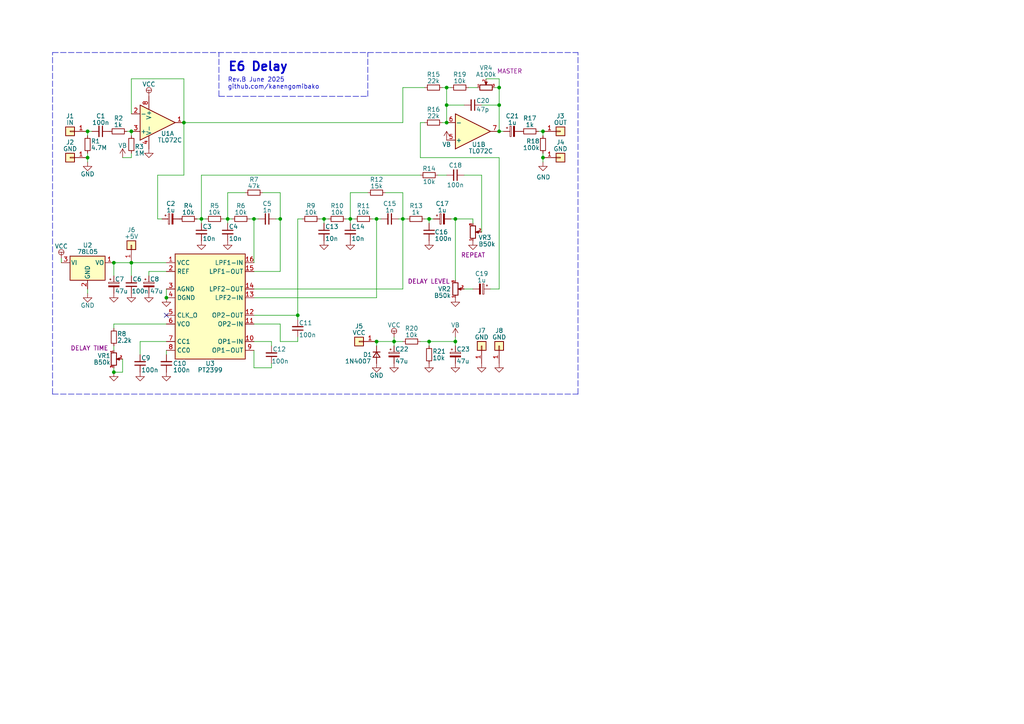
<source format=kicad_sch>
(kicad_sch (version 20250114) (generator "eeschema") (generator_version "9.0")
  (paper "A4")
  (lib_symbols
    (symbol "Amplifier_Operational:TL072" (pin_names (offset 0.127))
      (property "Reference" "U" (at 0 5.08 0))
      (property "Value" "TL072" (at 0 -5.08 0))
      (symbol "TL072_1_1"
        (polyline (pts (xy -5.08 5.08) (xy 5.08 0) (xy -5.08 -5.08) (xy -5.08 5.08)) (stroke (width 0.254)) (fill (type background)))
        (pin input line (at -7.62 2.54 0) (length 2.54) (name "+") (number "3"))
        (pin input line (at -7.62 -2.54 0) (length 2.54) (name "-") (number "2"))
        (pin output line (at 7.62 0 180) (length 2.54) (name "~") (number "1"))
      )
      (symbol "TL072_2_1"
        (polyline (pts (xy -5.08 5.08) (xy 5.08 0) (xy -5.08 -5.08) (xy -5.08 5.08)) (stroke (width 0.254)) (fill (type background)))
        (pin input line (at -7.62 2.54 0) (length 2.54) (name "+") (number "5"))
        (pin input line (at -7.62 -2.54 0) (length 2.54) (name "-") (number "6"))
        (pin output line (at 7.62 0 180) (length 2.54) (name "~") (number "7"))
      )
      (symbol "TL072_3_1"
        (pin power_in line (at -2.54 7.62 270) (length 3.81) (name "V+") (number "8"))
        (pin power_in line (at -2.54 -7.62 90) (length 3.81) (name "V-") (number "4"))
      )
    )
    (symbol "Audio:PT2399"
      (property "Reference" "U" (at 0 17.78 0))
      (property "Value" "PT2399" (at 0 -17.78 0))
      (symbol "PT2399_0_1"
        (rectangle (start -10.16 15.24) (end 10.16 -15.24) (stroke (width 0.254)) (fill (type background)))
      )
      (symbol "PT2399_1_1"
        (pin power_in line (at -12.7 12.7 0) (length 2.54) (name "VCC") (number "1"))
        (pin passive line (at -12.7 10.16 0) (length 2.54) (name "REF") (number "2"))
        (pin power_in line (at -12.7 5.08 0) (length 2.54) (name "AGND") (number "3"))
        (pin power_in line (at -12.7 2.54 0) (length 2.54) (name "DGND") (number "4"))
        (pin passive line (at -12.7 -2.54 0) (length 2.54) (name "CLK_O") (number "5"))
        (pin passive line (at -12.7 -5.08 0) (length 2.54) (name "VCO") (number "6"))
        (pin passive line (at -12.7 -10.16 0) (length 2.54) (name "CC1") (number "7"))
        (pin passive line (at -12.7 -12.7 0) (length 2.54) (name "CC0") (number "8"))
        (pin input line (at 12.7 12.7 180) (length 2.54) (name "LPF1-IN") (number "16"))
        (pin output line (at 12.7 10.16 180) (length 2.54) (name "LPF1-OUT") (number "15"))
        (pin output line (at 12.7 5.08 180) (length 2.54) (name "LPF2-OUT") (number "14"))
        (pin input line (at 12.7 2.54 180) (length 2.54) (name "LPF2-IN") (number "13"))
        (pin output line (at 12.7 -2.54 180) (length 2.54) (name "OP2-OUT") (number "12"))
        (pin input line (at 12.7 -5.08 180) (length 2.54) (name "OP2-IN") (number "11"))
        (pin input line (at 12.7 -10.16 180) (length 2.54) (name "OP1-IN") (number "10"))
        (pin output line (at 12.7 -12.7 180) (length 2.54) (name "OP1-OUT") (number "9"))
      )
    )
    (symbol "Connector_Generic:Conn_01x01" (pin_names (offset 1.016) (hide yes))
      (property "Reference" "J" (at 0 2.54 0))
      (property "Value" "Conn_01x01" (at 0 -2.54 0))
      (symbol "Conn_01x01_1_1"
        (rectangle (start -1.27 1.27) (end 1.27 -1.27) (stroke (width 0.254)) (fill (type background)))
        (rectangle (start -1.27 0.127) (end 0 -0.127) (stroke (width 0.1524)))
        (pin passive line (at -5.08 0 0) (length 3.81) (name "Pin_1") (number "1"))
      )
    )
    (symbol "Device:C_Small" (pin_numbers (hide yes)) (pin_names (offset 0.254) (hide yes))
      (property "Reference" "C" (at 0.254 1.778 0))
      (property "Value" "C_Small" (at 0.254 -2.032 0))
      (symbol "C_Small_0_1"
        (polyline (pts (xy -1.524 0.508) (xy 1.524 0.508)) (stroke (width 0.3048)))
        (polyline (pts (xy -1.524 -0.508) (xy 1.524 -0.508)) (stroke (width 0.3302)))
      )
      (symbol "C_Small_1_1"
        (pin passive line (at 0 2.54 270) (length 2.032) (name "~") (number "1"))
        (pin passive line (at 0 -2.54 90) (length 2.032) (name "~") (number "2"))
      )
    )
    (symbol "Device:D_Small" (pin_numbers (hide yes)) (pin_names (offset 0.254) (hide yes))
      (property "Reference" "D" (at -1.27 2.032 0))
      (property "Value" "D_Small" (at -3.81 -2.032 0))
      (symbol "D_Small_0_1"
        (polyline (pts (xy -0.762 0) (xy 0.762 0)))
        (polyline (pts (xy -0.762 -1.016) (xy -0.762 1.016)) (stroke (width 0.254)))
        (polyline (pts (xy 0.762 -1.016) (xy -0.762 0) (xy 0.762 1.016) (xy 0.762 -1.016)) (stroke (width 0.254)))
      )
      (symbol "D_Small_1_1"
        (pin passive line (at -2.54 0 0) (length 1.778) (name "K") (number "1"))
        (pin passive line (at 2.54 0 180) (length 1.778) (name "A") (number "2"))
      )
    )
    (symbol "Device:R_Potentiometer_Small" (pin_names (offset 1.016) (hide yes))
      (property "Reference" "RV" (at -4.445 0 90))
      (property "Value" "R_Potentiometer_Small" (at -2.54 0 90))
      (symbol "R_Potentiometer_Small_0_1"
        (rectangle (start 0.762 1.8034) (end -0.762 -1.8034) (stroke (width 0.254)))
        (polyline (pts (xy 0.889 0) (xy 0.635 0) (xy 1.651 0.381) (xy 1.651 -0.381) (xy 0.635 0) (xy 0.889 0)) (fill (type outline)))
      )
      (symbol "R_Potentiometer_Small_1_1"
        (pin passive line (at 0 2.54 270) (length 0.635) (name "1") (number "1"))
        (pin passive line (at 0 -2.54 90) (length 0.635) (name "3") (number "3"))
        (pin passive line (at 2.54 0 180) (length 0.9906) (name "2") (number "2"))
      )
    )
    (symbol "Device:R_Small" (pin_numbers (hide yes)) (pin_names (offset 0.254) (hide yes))
      (property "Reference" "R" (at 0.762 0.508 0))
      (property "Value" "R_Small" (at 0.762 -1.016 0))
      (symbol "R_Small_0_1"
        (rectangle (start -0.762 1.778) (end 0.762 -1.778) (stroke (width 0.2032)))
      )
      (symbol "R_Small_1_1"
        (pin passive line (at 0 2.54 270) (length 0.762) (name "~") (number "1"))
        (pin passive line (at 0 -2.54 90) (length 0.762) (name "~") (number "2"))
      )
    )
    (symbol "E6Delay-rescue:CP_Small-Device" (pin_numbers (hide yes)) (pin_names (offset 0.254) (hide yes))
      (property "Reference" "C" (at 0.254 1.778 0))
      (property "Value" "Device_CP_Small" (at 0.254 -2.032 0))
      (symbol "CP_Small-Device_0_1"
        (rectangle (start -1.524 0.6858) (end 1.524 0.3048))
        (rectangle (start -1.524 -0.3048) (end 1.524 -0.6858) (fill (type outline)))
        (polyline (pts (xy -1.27 1.524) (xy -0.762 1.524)))
        (polyline (pts (xy -1.016 1.27) (xy -1.016 1.778)))
      )
      (symbol "CP_Small-Device_1_1"
        (pin passive line (at 0 2.54 270) (length 1.8542) (name "~") (number "1"))
        (pin passive line (at 0 -2.54 90) (length 1.8542) (name "~") (number "2"))
      )
    )
    (symbol "E6Delay-rescue:GND-power" (power) (pin_names (offset 0))
      (property "Value" "power_GND" (at 0 -3.81 0))
      (symbol "GND-power_0_1"
        (polyline (pts (xy 0 0) (xy 0 -1.27) (xy 1.27 -1.27) (xy 0 -2.54) (xy -1.27 -1.27) (xy 0 -1.27)))
      )
      (symbol "GND-power_1_1"
        (pin power_in line (at 0 0 270) (length 0) (hide yes) (name "GND") (number "1"))
      )
    )
    (symbol "Regulator_Linear:L78L05_TO92" (pin_names (offset 0.254))
      (property "Reference" "U" (at -3.81 3.175 0))
      (property "Value" "L78L05_TO92" (at 0 3.175 0))
      (symbol "L78L05_TO92_0_1"
        (rectangle (start -5.08 -5.08) (end 5.08 1.905) (stroke (width 0.254)) (fill (type background)))
      )
      (symbol "L78L05_TO92_1_1"
        (pin power_in line (at -7.62 0 0) (length 2.54) (name "VI") (number "3"))
        (pin power_in line (at 0 -7.62 90) (length 2.54) (name "GND") (number "2"))
        (pin power_out line (at 7.62 0 180) (length 2.54) (name "VO") (number "1"))
      )
    )
    (symbol "myLib:VB" (power) (pin_names (offset 0))
      (property "Value" "VB" (at 0 3.556 0))
      (symbol "VB_0_1"
        (polyline (pts (xy -0.762 1.27) (xy 0 2.54)))
        (polyline (pts (xy 0 2.54) (xy 0.762 1.27)))
        (polyline (pts (xy 0 0) (xy 0 2.54)))
      )
      (symbol "VB_1_1"
        (pin power_in line (at 0 0 90) (length 0) (hide yes) (name "VB") (number "1"))
      )
    )
    (symbol "myLib:VCC" (power) (pin_names (offset 0))
      (property "Value" "VCC" (at 0 3.556 0))
      (symbol "VCC_0_0"
        (polyline (pts (xy -0.762 1.778) (xy 0.762 1.778)))
        (circle (center 0 1.778) (radius 0.7725))
      )
      (symbol "VCC_0_1"
        (polyline (pts (xy 0 0) (xy 0 1.778)))
      )
      (symbol "VCC_1_1"
        (pin power_in line (at 0 0 90) (length 0) (hide yes) (name "VCC") (number "1"))
      )
    )
  )
  (text "E6 Delay" (at 66.04 20.955 0) (effects (font (size 2.54 2.54) (thickness 0.508) (bold yes)) (justify left bottom)))
  (text "Rev.B June 2025\ngithub.com/kanengomibako" (at 66.04 26.035 0) (effects (font (size 1.27 1.27)) (justify left bottom)))
  (junction (at 38.1 76.2))
  (junction (at 129.54 30.48))
  (junction (at 86.36 91.44))
  (junction (at 124.46 99.06))
  (junction (at 38.1 38.1))
  (junction (at 33.02 107.95))
  (junction (at 109.22 63.5))
  (junction (at 114.3 99.06))
  (junction (at 124.46 63.5))
  (junction (at 25.4 38.1))
  (junction (at 144.78 25.4))
  (junction (at 53.34 35.56))
  (junction (at 144.78 30.48))
  (junction (at 132.08 63.5))
  (junction (at 157.48 38.1))
  (junction (at 81.28 63.5))
  (junction (at 157.48 45.72))
  (junction (at 58.42 63.5))
  (junction (at 132.08 99.06))
  (junction (at 73.66 63.5))
  (junction (at 93.98 63.5))
  (junction (at 101.6 63.5))
  (junction (at 66.04 63.5))
  (junction (at 144.78 38.1))
  (junction (at 129.54 35.56))
  (junction (at 129.54 25.4))
  (junction (at 25.4 45.72))
  (junction (at 33.02 76.2))
  (junction (at 109.22 99.06))
  (junction (at 48.26 86.36))
  (junction (at 116.84 63.5))
  (no_connect (at 48.26 91.44))
  (wire (pts (xy 124.46 63.5) (xy 125.73 63.5)))
  (wire (pts (xy 121.92 99.06) (xy 124.46 99.06)))
  (wire (pts (xy 114.3 99.06) (xy 116.84 99.06)))
  (wire (pts (xy 109.22 99.06) (xy 109.22 100.33)))
  (wire (pts (xy 38.1 76.2) (xy 38.1 80.01)))
  (wire (pts (xy 73.66 101.6) (xy 73.66 106.68)))
  (wire (pts (xy 58.42 50.8) (xy 121.92 50.8)))
  (wire (pts (xy 116.84 35.56) (xy 116.84 25.4)))
  (wire (pts (xy 93.98 63.5) (xy 92.71 63.5)))
  (wire (pts (xy 38.1 22.86) (xy 53.34 22.86)))
  (wire (pts (xy 76.2 55.88) (xy 81.28 55.88)))
  (wire (pts (xy 144.78 25.4) (xy 144.78 30.48)))
  (wire (pts (xy 35.56 104.14) (xy 35.56 107.95)))
  (wire (pts (xy 116.84 25.4) (xy 123.19 25.4)))
  (wire (pts (xy 57.15 63.5) (xy 58.42 63.5)))
  (wire (pts (xy 87.63 63.5) (xy 86.36 63.5)))
  (wire (pts (xy 109.22 99.06) (xy 114.3 99.06)))
  (wire (pts (xy 25.4 85.09) (xy 25.4 83.82)))
  (wire (pts (xy 78.74 105.41) (xy 78.74 106.68)))
  (wire (pts (xy 134.62 30.48) (xy 129.54 30.48)))
  (wire (pts (xy 81.28 99.06) (xy 86.36 99.06)))
  (wire (pts (xy 124.46 63.5) (xy 124.46 64.77)))
  (polyline (pts (xy 15.24 114.3) (xy 15.24 15.24)) (stroke (width 0) (type dash)))
  (wire (pts (xy 115.57 63.5) (xy 116.84 63.5)))
  (polyline (pts (xy 63.5 27.94) (xy 63.5 15.24)) (stroke (width 0) (type dash)))
  (wire (pts (xy 129.54 25.4) (xy 129.54 30.48)))
  (wire (pts (xy 156.21 38.1) (xy 157.48 38.1)))
  (wire (pts (xy 43.18 78.74) (xy 48.26 78.74)))
  (wire (pts (xy 73.66 63.5) (xy 74.93 63.5)))
  (wire (pts (xy 109.22 63.5) (xy 107.95 63.5)))
  (wire (pts (xy 101.6 63.5) (xy 101.6 64.77)))
  (wire (pts (xy 81.28 63.5) (xy 80.01 63.5)))
  (wire (pts (xy 100.33 63.5) (xy 101.6 63.5)))
  (wire (pts (xy 157.48 45.72) (xy 157.48 46.99)))
  (wire (pts (xy 139.7 30.48) (xy 144.78 30.48)))
  (wire (pts (xy 73.66 93.98) (xy 81.28 93.98)))
  (wire (pts (xy 132.08 99.06) (xy 132.08 100.33)))
  (wire (pts (xy 93.98 63.5) (xy 93.98 64.77)))
  (wire (pts (xy 128.27 35.56) (xy 129.54 35.56)))
  (wire (pts (xy 33.02 93.98) (xy 48.26 93.98)))
  (wire (pts (xy 58.42 50.8) (xy 58.42 63.5)))
  (wire (pts (xy 33.02 76.2) (xy 33.02 80.01)))
  (wire (pts (xy 135.89 25.4) (xy 138.43 25.4)))
  (wire (pts (xy 157.48 44.45) (xy 157.48 45.72)))
  (wire (pts (xy 45.72 50.8) (xy 45.72 63.5)))
  (wire (pts (xy 116.84 55.88) (xy 116.84 63.5)))
  (wire (pts (xy 81.28 93.98) (xy 81.28 99.06)))
  (wire (pts (xy 124.46 99.06) (xy 132.08 99.06)))
  (wire (pts (xy 33.02 76.2) (xy 38.1 76.2)))
  (wire (pts (xy 33.02 107.95) (xy 33.02 106.68)))
  (wire (pts (xy 142.24 83.82) (xy 144.78 83.82)))
  (wire (pts (xy 132.08 63.5) (xy 137.16 63.5)))
  (wire (pts (xy 114.3 97.79) (xy 114.3 99.06)))
  (wire (pts (xy 43.18 80.01) (xy 43.18 78.74)))
  (wire (pts (xy 132.08 97.79) (xy 132.08 99.06)))
  (wire (pts (xy 53.34 22.86) (xy 53.34 35.56)))
  (wire (pts (xy 121.92 35.56) (xy 123.19 35.56)))
  (wire (pts (xy 81.28 55.88) (xy 81.28 63.5)))
  (wire (pts (xy 38.1 38.1) (xy 36.83 38.1)))
  (wire (pts (xy 66.04 64.77) (xy 66.04 63.5)))
  (wire (pts (xy 53.34 35.56) (xy 116.84 35.56)))
  (wire (pts (xy 40.64 99.06) (xy 48.26 99.06)))
  (wire (pts (xy 38.1 33.02) (xy 38.1 22.86)))
  (wire (pts (xy 26.67 38.1) (xy 25.4 38.1)))
  (wire (pts (xy 123.19 63.5) (xy 124.46 63.5)))
  (wire (pts (xy 73.66 63.5) (xy 73.66 76.2)))
  (wire (pts (xy 38.1 76.2) (xy 48.26 76.2)))
  (wire (pts (xy 101.6 63.5) (xy 101.6 55.88)))
  (wire (pts (xy 40.64 102.87) (xy 40.64 99.06)))
  (wire (pts (xy 143.51 25.4) (xy 144.78 25.4)))
  (polyline (pts (xy 167.64 114.3) (xy 167.64 15.24)) (stroke (width 0) (type dash)))
  (wire (pts (xy 33.02 93.98) (xy 33.02 95.25)))
  (wire (pts (xy 109.22 86.36) (xy 73.66 86.36)))
  (wire (pts (xy 78.74 99.06) (xy 78.74 100.33)))
  (wire (pts (xy 109.22 63.5) (xy 109.22 86.36)))
  (wire (pts (xy 132.08 63.5) (xy 132.08 81.28)))
  (wire (pts (xy 58.42 63.5) (xy 58.42 64.77)))
  (wire (pts (xy 129.54 30.48) (xy 129.54 35.56)))
  (wire (pts (xy 137.16 63.5) (xy 137.16 64.77)))
  (wire (pts (xy 116.84 63.5) (xy 118.11 63.5)))
  (wire (pts (xy 121.92 35.56) (xy 121.92 45.72)))
  (wire (pts (xy 140.97 22.86) (xy 144.78 22.86)))
  (wire (pts (xy 124.46 99.06) (xy 124.46 100.33)))
  (wire (pts (xy 127 50.8) (xy 129.54 50.8)))
  (wire (pts (xy 101.6 63.5) (xy 102.87 63.5)))
  (polyline (pts (xy 15.24 15.24) (xy 167.64 15.24)) (stroke (width 0) (type dash)))
  (wire (pts (xy 81.28 78.74) (xy 81.28 63.5)))
  (wire (pts (xy 128.27 25.4) (xy 129.54 25.4)))
  (wire (pts (xy 130.81 63.5) (xy 132.08 63.5)))
  (wire (pts (xy 33.02 100.33) (xy 33.02 101.6)))
  (wire (pts (xy 35.56 45.72) (xy 38.1 45.72)))
  (polyline (pts (xy 15.24 114.3) (xy 167.64 114.3)) (stroke (width 0) (type dash)))
  (wire (pts (xy 134.62 83.82) (xy 137.16 83.82)))
  (wire (pts (xy 53.34 35.56) (xy 53.34 50.8)))
  (wire (pts (xy 48.26 83.82) (xy 48.26 86.36)))
  (wire (pts (xy 144.78 38.1) (xy 146.05 38.1)))
  (wire (pts (xy 86.36 63.5) (xy 86.36 91.44)))
  (wire (pts (xy 86.36 91.44) (xy 86.36 92.71)))
  (wire (pts (xy 35.56 107.95) (xy 33.02 107.95)))
  (wire (pts (xy 157.48 39.37) (xy 157.48 38.1)))
  (wire (pts (xy 66.04 55.88) (xy 66.04 63.5)))
  (wire (pts (xy 25.4 46.99) (xy 25.4 45.72)))
  (wire (pts (xy 58.42 63.5) (xy 59.69 63.5)))
  (wire (pts (xy 66.04 63.5) (xy 64.77 63.5)))
  (wire (pts (xy 17.78 74.93) (xy 17.78 76.2)))
  (wire (pts (xy 114.3 99.06) (xy 114.3 100.33)))
  (wire (pts (xy 25.4 45.72) (xy 25.4 44.45)))
  (wire (pts (xy 72.39 63.5) (xy 73.66 63.5)))
  (wire (pts (xy 73.66 91.44) (xy 86.36 91.44)))
  (wire (pts (xy 116.84 83.82) (xy 116.84 63.5)))
  (wire (pts (xy 45.72 50.8) (xy 53.34 50.8)))
  (polyline (pts (xy 106.68 27.94) (xy 106.68 15.24)) (stroke (width 0) (type dash)))
  (wire (pts (xy 38.1 38.1) (xy 38.1 39.37)))
  (wire (pts (xy 86.36 97.79) (xy 86.36 99.06)))
  (wire (pts (xy 144.78 30.48) (xy 144.78 38.1)))
  (wire (pts (xy 101.6 55.88) (xy 106.68 55.88)))
  (wire (pts (xy 66.04 63.5) (xy 67.31 63.5)))
  (wire (pts (xy 71.12 55.88) (xy 66.04 55.88)))
  (wire (pts (xy 129.54 25.4) (xy 130.81 25.4)))
  (wire (pts (xy 139.7 50.8) (xy 139.7 67.31)))
  (wire (pts (xy 95.25 63.5) (xy 93.98 63.5)))
  (polyline (pts (xy 63.5 27.94) (xy 106.68 27.94)) (stroke (width 0) (type dash)))
  (wire (pts (xy 109.22 63.5) (xy 110.49 63.5)))
  (wire (pts (xy 73.66 106.68) (xy 78.74 106.68)))
  (wire (pts (xy 73.66 83.82) (xy 116.84 83.82)))
  (wire (pts (xy 134.62 50.8) (xy 139.7 50.8)))
  (wire (pts (xy 144.78 22.86) (xy 144.78 25.4)))
  (wire (pts (xy 46.99 63.5) (xy 45.72 63.5)))
  (wire (pts (xy 48.26 101.6) (xy 48.26 102.87)))
  (wire (pts (xy 25.4 39.37) (xy 25.4 38.1)))
  (wire (pts (xy 111.76 55.88) (xy 116.84 55.88)))
  (wire (pts (xy 73.66 78.74) (xy 81.28 78.74)))
  (wire (pts (xy 38.1 44.45) (xy 38.1 45.72)))
  (wire (pts (xy 73.66 99.06) (xy 78.74 99.06)))
  (wire (pts (xy 121.92 45.72) (xy 144.78 45.72)))
  (wire (pts (xy 144.78 45.72) (xy 144.78 83.82)))
  (symbol (lib_id "Device:R_Small") (at 25.4 41.91 0) (unit 1)
    (property "Reference" "R1" (at 26.3525 40.9575 0) (effects (justify left)))
    (property "Value" "4.7M" (at 26.3525 42.8625 0) (effects (justify left)))
    (property "Footprint" "myFoot:my_R_P7.62mm_Horizontal" (effects (hide yes)))
  )
  (symbol (lib_id "Device:R_Small") (at 34.29 38.1 270) (unit 1)
    (property "Reference" "R2" (at 33.02 34.29 90) (effects (justify left)))
    (property "Value" "1k" (at 33.02 36.195 90) (effects (justify left)))
    (property "Footprint" "myFoot:my_R_P7.62mm_Horizontal" (effects (hide yes)))
  )
  (symbol (lib_id "Device:R_Small") (at 153.67 38.1 270) (unit 1)
    (property "Reference" "R17" (at 153.67 34.29 90))
    (property "Value" "1k" (at 153.67 36.195 90))
    (property "Footprint" "myFoot:my_R_P7.62mm_Horizontal" (effects (hide yes)))
  )
  (symbol (lib_id "Device:R_Small") (at 38.1 41.91 0) (unit 1)
    (property "Reference" "R3" (at 39.0525 42.545 0) (effects (justify left)))
    (property "Value" "1M" (at 39.0525 44.45 0) (effects (justify left)))
    (property "Footprint" "myFoot:my_R_P7.62mm_Horizontal" (effects (hide yes)))
  )
  (symbol (lib_id "Device:D_Small") (at 109.22 102.87 270) (unit 1)
    (property "Reference" "D1" (at 107.95 102.87 90) (effects (justify right)))
    (property "Value" "1N4007" (at 107.6325 104.775 90) (effects (justify right)))
    (property "Footprint" "myFoot:my_D_P7.62mm" (effects (hide yes)))
  )
  (symbol (lib_id "Device:R_Small") (at 124.46 102.87 0) (mirror y) (unit 1)
    (property "Reference" "R21" (at 125.4125 101.9175 0) (effects (justify right)))
    (property "Value" "10k" (at 125.4125 103.8225 0) (effects (justify right)))
    (property "Footprint" "myFoot:my_R_P7.62mm_Horizontal" (effects (hide yes)))
  )
  (symbol (lib_id "E6Delay-rescue:CP_Small-Device") (at 132.08 102.87 0) (unit 1)
    (property "Reference" "C23" (at 132.3975 101.2825 0) (effects (justify left)))
    (property "Value" "47u" (at 132.3975 104.775 0) (effects (justify left)))
    (property "Footprint" "myFoot:my_C_D5.0mm_P2.50mm" (effects (hide yes)))
  )
  (symbol (lib_id "Device:R_Small") (at 119.38 99.06 270) (unit 1)
    (property "Reference" "R20" (at 119.38 95.25 90))
    (property "Value" "10k" (at 119.38 97.155 90))
    (property "Footprint" "myFoot:my_R_P7.62mm_Horizontal" (effects (hide yes)))
  )
  (symbol (lib_id "Device:C_Small") (at 38.1 82.55 0) (mirror y) (unit 1)
    (property "Reference" "C6" (at 38.4175 80.9625 0) (effects (justify right)))
    (property "Value" "100n" (at 40.64 84.455 0))
    (property "Footprint" "myFoot:my_C_Rect1_P5.00mm" (effects (hide yes)))
  )
  (symbol (lib_id "Device:R_Small") (at 157.48 41.91 0) (mirror y) (unit 1)
    (property "Reference" "R18" (at 156.5275 40.9575 0) (effects (justify left)))
    (property "Value" "100k" (at 156.5275 42.8625 0) (effects (justify left)))
    (property "Footprint" "myFoot:my_R_P7.62mm_Horizontal" (effects (hide yes)))
  )
  (symbol (lib_id "E6Delay-rescue:GND-power") (at 66.04 69.85 0) (unit 1)
    (property "Reference" "#PWR06" (effects (hide yes)))
    (property "Value" "GND" (effects (hide yes)))
  )
  (symbol (lib_id "E6Delay-rescue:GND-power") (at 25.4 46.99 0) (unit 1)
    (property "Reference" "#PWR01" (effects (hide yes)))
    (property "Value" "GND" (at 25.4 50.4825 0))
  )
  (symbol (lib_id "Audio:PT2399") (at 60.96 88.9 0) (unit 1)
    (property "Reference" "U3" (at 60.96 105.41 0))
    (property "Value" "PT2399" (at 60.96 107.315 0))
    (property "Footprint" "Package_DIP:DIP-16_W7.62mm_Socket" (effects (hide yes)))
  )
  (symbol (lib_id "E6Delay-rescue:GND-power") (at 43.18 43.18 0) (unit 1)
    (property "Reference" "#PWR04" (effects (hide yes)))
    (property "Value" "GND" (effects (hide yes)))
  )
  (symbol (lib_id "Device:R_Small") (at 54.61 63.5 270) (unit 1)
    (property "Reference" "R4" (at 54.61 59.69 90))
    (property "Value" "10k" (at 54.61 61.595 90))
    (property "Footprint" "myFoot:my_R_P7.62mm_Horizontal" (effects (hide yes)))
  )
  (symbol (lib_id "Device:C_Small") (at 77.47 63.5 270) (unit 1)
    (property "Reference" "C5" (at 77.47 59.055 90))
    (property "Value" "1n" (at 77.47 60.96 90))
    (property "Footprint" "myFoot:my_C_Rect1_P5.00mm" (effects (hide yes)))
  )
  (symbol (lib_id "Device:R_Small") (at 33.02 97.79 180) (unit 1)
    (property "Reference" "R8" (at 33.9725 96.8375 0) (effects (justify right)))
    (property "Value" "2.2k" (at 33.9725 98.7425 0) (effects (justify right)))
    (property "Footprint" "myFoot:my_R_P7.62mm_Horizontal" (effects (hide yes)))
  )
  (symbol (lib_id "Device:C_Small") (at 78.74 102.87 180) (unit 1)
    (property "Reference" "C12" (at 79.0575 101.2825 0) (effects (justify right)))
    (property "Value" "100n" (at 78.74 104.775 0) (effects (justify right)))
    (property "Footprint" "myFoot:my_C_Rect1_P5.00mm" (effects (hide yes)))
  )
  (symbol (lib_id "Device:C_Small") (at 86.36 95.25 0) (mirror x) (unit 1)
    (property "Reference" "C11" (at 86.6775 93.6625 0) (effects (justify left)))
    (property "Value" "100n" (at 86.6775 97.155 0) (effects (justify left)))
    (property "Footprint" "myFoot:my_C_Rect1_P5.00mm" (effects (hide yes)))
  )
  (symbol (lib_id "Device:R_Small") (at 120.65 63.5 270) (unit 1)
    (property "Reference" "R13" (at 118.745 59.69 90) (effects (justify left)))
    (property "Value" "1k" (at 119.38 61.595 90) (effects (justify left)))
    (property "Footprint" "myFoot:my_R_P7.62mm_Horizontal" (effects (hide yes)))
  )
  (symbol (lib_id "Device:R_Small") (at 124.46 50.8 270) (unit 1)
    (property "Reference" "R14" (at 124.46 48.895 90))
    (property "Value" "10k" (at 124.46 52.705 90))
    (property "Footprint" "myFoot:my_R_P7.62mm_Horizontal" (effects (hide yes)))
  )
  (symbol (lib_id "Device:C_Small") (at 132.08 50.8 270) (unit 1)
    (property "Reference" "C18" (at 132.08 47.9425 90))
    (property "Value" "100n" (at 132.08 53.6575 90))
    (property "Footprint" "myFoot:my_C_Rect1_P5.00mm" (effects (hide yes)))
  )
  (symbol (lib_id "E6Delay-rescue:CP_Small-Device") (at 43.18 82.55 0) (unit 1)
    (property "Reference" "C8" (at 43.4975 80.9625 0) (effects (justify left)))
    (property "Value" "47u" (at 43.4975 84.455 0) (effects (justify left)))
    (property "Footprint" "myFoot:my_C_D5.0mm_P2.50mm" (effects (hide yes)))
  )
  (symbol (lib_id "Device:C_Small") (at 48.26 105.41 180) (unit 1)
    (property "Reference" "C10" (at 50.165 105.41 0) (effects (justify right)))
    (property "Value" "100n" (at 50.165 107.315 0) (effects (justify right)))
    (property "Footprint" "myFoot:my_C_Rect1_P5.00mm" (effects (hide yes)))
  )
  (symbol (lib_id "Device:C_Small") (at 40.64 105.41 180) (unit 1)
    (property "Reference" "C9" (at 40.9575 103.8225 0) (effects (justify right)))
    (property "Value" "100n" (at 40.9575 107.315 0) (effects (justify right)))
    (property "Footprint" "myFoot:my_C_Rect1_P5.00mm" (effects (hide yes)))
  )
  (symbol (lib_id "Device:R_Small") (at 125.73 25.4 270) (unit 1)
    (property "Reference" "R15" (at 125.73 21.59 90))
    (property "Value" "22k" (at 125.73 23.495 90))
    (property "Footprint" "myFoot:my_R_P7.62mm_Horizontal" (effects (hide yes)))
  )
  (symbol (lib_id "Device:R_Small") (at 125.73 35.56 270) (unit 1)
    (property "Reference" "R16" (at 125.73 31.75 90))
    (property "Value" "22k" (at 125.73 33.655 90))
    (property "Footprint" "myFoot:my_R_P7.62mm_Horizontal" (effects (hide yes)))
  )
  (symbol (lib_id "Device:C_Small") (at 137.16 30.48 270) (unit 1)
    (property "Reference" "C20" (at 138.1125 29.21 90) (effects (justify left)))
    (property "Value" "47p" (at 138.1125 31.75 90) (effects (justify left)))
    (property "Footprint" "myFoot:my_C_Rect1_P5.00mm" (effects (hide yes)))
  )
  (symbol (lib_id "E6Delay-rescue:GND-power") (at 157.48 46.99 0) (unit 1)
    (property "Reference" "#PWR018" (effects (hide yes)))
    (property "Value" "GND" (at 157.607 51.3842 0))
  )
  (symbol (lib_id "E6Delay-rescue:GND-power") (at 33.02 107.95 0) (unit 1)
    (property "Reference" "#PWR026" (effects (hide yes)))
    (property "Value" "GND" (effects (hide yes)))
  )
  (symbol (lib_id "E6Delay-rescue:GND-power") (at 137.16 69.85 0) (unit 1)
    (property "Reference" "#PWR016" (effects (hide yes)))
    (property "Value" "GND" (effects (hide yes)))
  )
  (symbol (lib_id "myLib:VCC") (at 43.18 27.94 0) (unit 1)
    (property "Reference" "#PWR03" (effects (hide yes)))
    (property "Value" "VCC" (at 43.18 24.4475 0))
    (property "Description" "Power symbol creates a global label with name \"V+\"" (effects (hide yes)))
  )
  (symbol (lib_id "Device:R_Small") (at 105.41 63.5 270) (unit 1)
    (property "Reference" "R11" (at 105.41 59.69 90))
    (property "Value" "10k" (at 105.41 61.595 90))
    (property "Footprint" "myFoot:my_R_P7.62mm_Horizontal" (effects (hide yes)))
  )
  (symbol (lib_id "E6Delay-rescue:GND-power") (at 109.22 105.41 0) (unit 1)
    (property "Reference" "#PWR019" (effects (hide yes)))
    (property "Value" "GND" (at 109.22 108.9025 0))
  )
  (symbol (lib_id "Device:R_Small") (at 109.22 55.88 270) (unit 1)
    (property "Reference" "R12" (at 109.22 52.07 90))
    (property "Value" "15k" (at 109.22 53.975 90))
    (property "Footprint" "myFoot:my_R_P7.62mm_Horizontal" (effects (hide yes)))
  )
  (symbol (lib_id "Connector_Generic:Conn_01x01") (at 139.7 100.33 90) (unit 1)
    (property "Reference" "J7" (at 139.7 95.885 90))
    (property "Value" "GND" (at 139.7 97.79 90))
    (property "Footprint" "myFoot:my_WirePad_1mmDrill" (effects (hide yes)))
    (property "Description" "Generic connector, single row, 01x01, script generated (kicad-library-utils/schlib/autogen/connector/)" (effects (hide yes)))
  )
  (symbol (lib_id "E6Delay-rescue:CP_Small-Device") (at 114.3 102.87 0) (unit 1)
    (property "Reference" "C22" (at 114.6175 101.2825 0) (effects (justify left)))
    (property "Value" "47u" (at 114.6175 104.775 0) (effects (justify left)))
    (property "Footprint" "myFoot:my_C_D5.0mm_P2.50mm" (effects (hide yes)))
  )
  (symbol (lib_id "Connector_Generic:Conn_01x01") (at 20.32 45.72 0) (mirror y) (unit 1)
    (property "Reference" "J2" (at 20.32 41.275 0))
    (property "Value" "GND" (at 20.32 43.18 0))
    (property "Footprint" "myFoot:my_WirePad_1mmDrill" (effects (hide yes)))
    (property "Description" "Generic connector, single row, 01x01, script generated (kicad-library-utils/schlib/autogen/connector/)" (effects (hide yes)))
  )
  (symbol (lib_id "Device:R_Potentiometer_Small") (at 33.02 104.14 0) (unit 1)
    (property "Reference" "VR1" (at 32.0675 103.1875 0) (effects (justify right)))
    (property "Value" "B50k" (at 32.0675 105.0925 0) (effects (justify right)))
    (property "Footprint" "myFoot:my_pot_5mm" (effects (hide yes)))
    (property "Description" "DELAY TIME" (at 31.4325 100.965 0) (effects (justify right)))
  )
  (symbol (lib_id "E6Delay-rescue:GND-power") (at 101.6 69.85 0) (unit 1)
    (property "Reference" "#PWR013" (effects (hide yes)))
    (property "Value" "GND" (effects (hide yes)))
  )
  (symbol (lib_id "Device:C_Small") (at 124.46 67.31 0) (mirror y) (unit 1)
    (property "Reference" "C16" (at 126.0475 67.31 0) (effects (justify right)))
    (property "Value" "100n" (at 126.0475 69.215 0) (effects (justify right)))
    (property "Footprint" "myFoot:my_C_Rect1_P5.00mm" (effects (hide yes)))
  )
  (symbol (lib_id "E6Delay-rescue:GND-power") (at 124.46 69.85 0) (unit 1)
    (property "Reference" "#PWR014" (effects (hide yes)))
    (property "Value" "GND" (effects (hide yes)))
  )
  (symbol (lib_id "Device:R_Small") (at 133.35 25.4 270) (unit 1)
    (property "Reference" "R19" (at 133.35 21.59 90))
    (property "Value" "10k" (at 133.35 23.495 90))
    (property "Footprint" "myFoot:my_R_P7.62mm_Horizontal" (effects (hide yes)))
  )
  (symbol (lib_id "Connector_Generic:Conn_01x01") (at 144.78 100.33 90) (unit 1)
    (property "Reference" "J8" (at 144.78 95.885 90))
    (property "Value" "GND" (at 144.78 97.79 90))
    (property "Footprint" "myFoot:my_WirePad_1mmDrill" (effects (hide yes)))
    (property "Description" "Generic connector, single row, 01x01, script generated (kicad-library-utils/schlib/autogen/connector/)" (effects (hide yes)))
  )
  (symbol (lib_id "E6Delay-rescue:GND-power") (at 114.3 105.41 0) (unit 1)
    (property "Reference" "#PWR021" (effects (hide yes)))
    (property "Value" "GND" (effects (hide yes)))
  )
  (symbol (lib_id "E6Delay-rescue:GND-power") (at 139.7 105.41 0) (unit 1)
    (property "Reference" "#PWR029" (effects (hide yes)))
    (property "Value" "GND" (effects (hide yes)))
  )
  (symbol (lib_id "E6Delay-rescue:CP_Small-Device") (at 148.59 38.1 90) (mirror x) (unit 1)
    (property "Reference" "C21" (at 148.59 33.655 90))
    (property "Value" "1u" (at 148.59 35.56 90))
    (property "Footprint" "myFoot:my_C_D5.0mm_P2.50mm" (effects (hide yes)))
  )
  (symbol (lib_id "Connector_Generic:Conn_01x01") (at 38.1 71.12 90) (unit 1)
    (property "Reference" "J6" (at 38.1 66.675 90))
    (property "Value" "+5V" (at 38.1 68.58 90))
    (property "Footprint" "myFoot:my_WirePad_1mmDrill" (effects (hide yes)))
    (property "Description" "Generic connector, single row, 01x01, script generated (kicad-library-utils/schlib/autogen/connector/)" (effects (hide yes)))
  )
  (symbol (lib_id "E6Delay-rescue:GND-power") (at 132.08 105.41 0) (unit 1)
    (property "Reference" "#PWR024" (effects (hide yes)))
    (property "Value" "GND" (effects (hide yes)))
  )
  (symbol (lib_id "E6Delay-rescue:GND-power") (at 132.08 86.36 0) (unit 1)
    (property "Reference" "#PWR015" (effects (hide yes)))
    (property "Value" "GND" (effects (hide yes)))
  )
  (symbol (lib_id "E6Delay-rescue:GND-power") (at 43.18 85.09 0) (unit 1)
    (property "Reference" "#PWR028" (effects (hide yes)))
    (property "Value" "GND" (effects (hide yes)))
  )
  (symbol (lib_id "E6Delay-rescue:CP_Small-Device") (at 33.02 82.55 0) (unit 1)
    (property "Reference" "C7" (at 33.3375 80.9625 0) (effects (justify left)))
    (property "Value" "47u" (at 33.3375 84.455 0) (effects (justify left)))
    (property "Footprint" "myFoot:my_C_D5.0mm_P2.50mm" (effects (hide yes)))
  )
  (symbol (lib_id "Device:C_Small") (at 66.04 67.31 0) (mirror y) (unit 1)
    (property "Reference" "C4" (at 66.3575 65.7225 0) (effects (justify right)))
    (property "Value" "10n" (at 66.3575 69.215 0) (effects (justify right)))
    (property "Footprint" "myFoot:my_C_Rect1_P5.00mm" (effects (hide yes)))
  )
  (symbol (lib_id "Device:R_Small") (at 69.85 63.5 270) (unit 1)
    (property "Reference" "R6" (at 69.85 59.69 90))
    (property "Value" "10k" (at 69.85 61.595 90))
    (property "Footprint" "myFoot:my_R_P7.62mm_Horizontal" (effects (hide yes)))
  )
  (symbol (lib_id "Amplifier_Operational:TL072") (at 45.72 35.56 0) (unit 3)
    (property "Reference" "U1" (effects (hide yes)))
    (property "Value" "TL072C" (effects (hide yes)))
    (property "Footprint" "Package_DIP:DIP-8_W7.62mm_Socket" (effects (hide yes)))
    (property "Datasheet" "http://www.ti.com/lit/ds/symlink/tl071.pdf" (effects (hide yes)))
    (property "Description" "Dual Low-Noise JFET-Input Operational Amplifiers, DIP-8/SOIC-8" (effects (hide yes)))
  )
  (symbol (lib_id "Connector_Generic:Conn_01x01") (at 162.56 45.72 0) (unit 1)
    (property "Reference" "J4" (at 162.56 41.275 0))
    (property "Value" "GND" (at 162.56 43.18 0))
    (property "Footprint" "myFoot:my_WirePad_1mmDrill" (effects (hide yes)))
    (property "Description" "Generic connector, single row, 01x01, script generated (kicad-library-utils/schlib/autogen/connector/)" (effects (hide yes)))
  )
  (symbol (lib_id "Device:R_Small") (at 97.79 63.5 270) (unit 1)
    (property "Reference" "R10" (at 97.79 59.69 90))
    (property "Value" "10k" (at 97.79 61.595 90))
    (property "Footprint" "myFoot:my_R_P7.62mm_Horizontal" (effects (hide yes)))
  )
  (symbol (lib_id "myLib:VB") (at 35.56 45.72 0) (unit 1)
    (property "Reference" "#PWR02" (effects (hide yes)))
    (property "Value" "VB" (at 35.56 42.2275 0))
    (property "Description" "Power symbol creates a global label with name \"+4V5\"" (effects (hide yes)))
  )
  (symbol (lib_id "E6Delay-rescue:GND-power") (at 33.02 85.09 0) (unit 1)
    (property "Reference" "#PWR010" (effects (hide yes)))
    (property "Value" "GND" (effects (hide yes)))
  )
  (symbol (lib_id "myLib:VB") (at 129.54 40.64 0) (unit 1)
    (property "Reference" "#PWR017" (effects (hide yes)))
    (property "Value" "VB" (at 129.54 41.91 0))
    (property "Description" "Power symbol creates a global label with name \"+4V5\"" (effects (hide yes)))
  )
  (symbol (lib_id "E6Delay-rescue:GND-power") (at 48.26 86.36 0) (unit 1)
    (property "Reference" "#PWR027" (effects (hide yes)))
    (property "Value" "GND" (effects (hide yes)))
  )
  (symbol (lib_id "E6Delay-rescue:GND-power") (at 124.46 105.41 0) (unit 1)
    (property "Reference" "#PWR022" (effects (hide yes)))
    (property "Value" "GND" (effects (hide yes)))
  )
  (symbol (lib_id "Device:C_Small") (at 101.6 67.31 0) (mirror y) (unit 1)
    (property "Reference" "C14" (at 101.9175 65.7225 0) (effects (justify right)))
    (property "Value" "10n" (at 101.9175 69.215 0) (effects (justify right)))
    (property "Footprint" "myFoot:my_C_Rect1_P5.00mm" (effects (hide yes)))
  )
  (symbol (lib_id "Device:R_Small") (at 62.23 63.5 270) (unit 1)
    (property "Reference" "R5" (at 62.23 59.69 90))
    (property "Value" "10k" (at 62.23 61.595 90))
    (property "Footprint" "myFoot:my_R_P7.62mm_Horizontal" (effects (hide yes)))
  )
  (symbol (lib_id "Device:C_Small") (at 29.21 38.1 270) (mirror x) (unit 1)
    (property "Reference" "C1" (at 29.21 33.655 90))
    (property "Value" "100n" (at 29.21 35.56 90))
    (property "Footprint" "myFoot:my_C_Rect1_P5.00mm" (effects (hide yes)))
  )
  (symbol (lib_id "Device:C_Small") (at 113.03 63.5 270) (unit 1)
    (property "Reference" "C15" (at 113.03 59.055 90))
    (property "Value" "1n" (at 113.03 60.96 90))
    (property "Footprint" "myFoot:my_C_Rect1_P5.00mm" (effects (hide yes)))
  )
  (symbol (lib_id "E6Delay-rescue:GND-power") (at 48.26 107.95 0) (unit 1)
    (property "Reference" "#PWR025" (effects (hide yes)))
    (property "Value" "GND" (effects (hide yes)))
  )
  (symbol (lib_id "Amplifier_Operational:TL072") (at 137.16 38.1 0) (mirror x) (unit 2)
    (property "Reference" "U1" (at 136.8425 41.91 0) (effects (justify left)))
    (property "Value" "TL072C" (at 135.89 43.815 0) (effects (justify left)))
    (property "Footprint" "Package_DIP:DIP-8_W7.62mm_Socket" (effects (hide yes)))
    (property "Datasheet" "http://www.ti.com/lit/ds/symlink/tl071.pdf" (effects (hide yes)))
    (property "Description" "Dual Low-Noise JFET-Input Operational Amplifiers, DIP-8/SOIC-8" (effects (hide yes)))
  )
  (symbol (lib_id "E6Delay-rescue:GND-power") (at 38.1 85.09 0) (unit 1)
    (property "Reference" "#PWR09" (effects (hide yes)))
    (property "Value" "GND" (effects (hide yes)))
  )
  (symbol (lib_id "E6Delay-rescue:GND-power") (at 58.42 69.85 0) (unit 1)
    (property "Reference" "#PWR05" (effects (hide yes)))
    (property "Value" "GND" (effects (hide yes)))
  )
  (symbol (lib_id "E6Delay-rescue:GND-power") (at 40.64 107.95 0) (unit 1)
    (property "Reference" "#PWR011" (effects (hide yes)))
    (property "Value" "GND" (effects (hide yes)))
  )
  (symbol (lib_id "Device:R_Potentiometer_Small") (at 137.16 67.31 0) (mirror x) (unit 1)
    (property "Reference" "VR3" (at 138.7475 68.8975 0) (effects (justify left)))
    (property "Value" "B50k" (at 138.7475 70.8025 0) (effects (justify left)))
    (property "Footprint" "myFoot:my_pot_5mm" (effects (hide yes)))
    (property "Description" "REPEAT" (at 133.6675 73.9775 0) (effects (justify left)))
  )
  (symbol (lib_id "Connector_Generic:Conn_01x01") (at 104.14 99.06 0) (mirror y) (unit 1)
    (property "Reference" "J5" (at 104.14 94.615 0))
    (property "Value" "VCC" (at 104.14 96.52 0))
    (property "Footprint" "myFoot:my_WirePad_1mmDrill" (effects (hide yes)))
    (property "Description" "Generic connector, single row, 01x01, script generated (kicad-library-utils/schlib/autogen/connector/)" (effects (hide yes)))
  )
  (symbol (lib_id "Amplifier_Operational:TL072") (at 45.72 35.56 0) (mirror x) (unit 1)
    (property "Reference" "U1" (at 46.6725 38.735 0) (effects (justify left)))
    (property "Value" "TL072C" (at 45.72 40.64 0) (effects (justify left)))
    (property "Footprint" "Package_DIP:DIP-8_W7.62mm_Socket" (effects (hide yes)))
    (property "Datasheet" "http://www.ti.com/lit/ds/symlink/tl071.pdf" (effects (hide yes)))
    (property "Description" "Dual Low-Noise JFET-Input Operational Amplifiers, DIP-8/SOIC-8" (effects (hide yes)))
  )
  (symbol (lib_id "E6Delay-rescue:GND-power") (at 25.4 85.09 0) (unit 1)
    (property "Reference" "#PWR08" (effects (hide yes)))
    (property "Value" "GND" (at 25.4 88.5825 0))
  )
  (symbol (lib_id "Connector_Generic:Conn_01x01") (at 162.56 38.1 0) (unit 1)
    (property "Reference" "J3" (at 162.56 33.655 0))
    (property "Value" "OUT" (at 162.56 35.56 0))
    (property "Footprint" "myFoot:my_WirePad_1mmDrill" (effects (hide yes)))
    (property "Description" "Generic connector, single row, 01x01, script generated (kicad-library-utils/schlib/autogen/connector/)" (effects (hide yes)))
  )
  (symbol (lib_id "E6Delay-rescue:CP_Small-Device") (at 49.53 63.5 90) (mirror x) (unit 1)
    (property "Reference" "C2" (at 49.53 59.055 90))
    (property "Value" "1u" (at 49.53 60.96 90))
    (property "Footprint" "myFoot:my_C_D5.0mm_P2.50mm" (effects (hide yes)))
  )
  (symbol (lib_id "Device:R_Small") (at 90.17 63.5 270) (unit 1)
    (property "Reference" "R9" (at 90.17 59.69 90))
    (property "Value" "10k" (at 90.17 61.595 90))
    (property "Footprint" "myFoot:my_R_P7.62mm_Horizontal" (effects (hide yes)))
  )
  (symbol (lib_id "Device:R_Potentiometer_Small") (at 140.97 25.4 90) (unit 1)
    (property "Reference" "VR4" (at 140.97 19.685 90))
    (property "Value" "A100k" (at 140.97 21.59 90))
    (property "Footprint" "myFoot:my_pot_5mm" (effects (hide yes)))
    (property "Description" "MASTER" (at 144.145 20.6375 90) (effects (justify right)))
  )
  (symbol (lib_id "Connector_Generic:Conn_01x01") (at 20.32 38.1 0) (mirror y) (unit 1)
    (property "Reference" "J1" (at 20.32 33.655 0))
    (property "Value" "IN" (at 20.32 35.56 0))
    (property "Footprint" "myFoot:my_WirePad_1mmDrill" (effects (hide yes)))
    (property "Description" "Generic connector, single row, 01x01, script generated (kicad-library-utils/schlib/autogen/connector/)" (effects (hide yes)))
  )
  (symbol (lib_id "myLib:VCC") (at 114.3 97.79 0) (unit 1)
    (property "Reference" "#PWR020" (effects (hide yes)))
    (property "Value" "VCC" (at 114.3 94.2975 0))
    (property "Description" "Power symbol creates a global label with name \"V+\"" (effects (hide yes)))
  )
  (symbol (lib_id "Device:C_Small") (at 58.42 67.31 0) (mirror y) (unit 1)
    (property "Reference" "C3" (at 58.7375 65.7225 0) (effects (justify right)))
    (property "Value" "10n" (at 58.7375 69.215 0) (effects (justify right)))
    (property "Footprint" "myFoot:my_C_Rect1_P5.00mm" (effects (hide yes)))
  )
  (symbol (lib_id "Device:C_Small") (at 93.98 67.31 0) (mirror y) (unit 1)
    (property "Reference" "C13" (at 94.2975 65.7225 0) (effects (justify right)))
    (property "Value" "10n" (at 94.2975 69.215 0) (effects (justify right)))
    (property "Footprint" "myFoot:my_C_Rect1_P5.00mm" (effects (hide yes)))
  )
  (symbol (lib_id "E6Delay-rescue:GND-power") (at 144.78 105.41 0) (unit 1)
    (property "Reference" "#PWR030" (effects (hide yes)))
    (property "Value" "GND" (effects (hide yes)))
  )
  (symbol (lib_id "E6Delay-rescue:CP_Small-Device") (at 139.7 83.82 270) (unit 1)
    (property "Reference" "C19" (at 139.7 79.375 90))
    (property "Value" "1u" (at 139.7 81.28 90))
    (property "Footprint" "myFoot:my_C_D5.0mm_P2.50mm" (effects (hide yes)))
  )
  (symbol (lib_id "myLib:VB") (at 132.08 97.79 0) (unit 1)
    (property "Reference" "#PWR023" (effects (hide yes)))
    (property "Value" "VB" (at 132.08 94.2975 0))
    (property "Description" "Power symbol creates a global label with name \"+4V5\"" (effects (hide yes)))
  )
  (symbol (lib_id "E6Delay-rescue:GND-power") (at 93.98 69.85 0) (unit 1)
    (property "Reference" "#PWR012" (effects (hide yes)))
    (property "Value" "GND" (effects (hide yes)))
  )
  (symbol (lib_id "Regulator_Linear:L78L05_TO92") (at 25.4 76.2 0) (unit 1)
    (property "Reference" "U2" (at 25.4 71.12 0))
    (property "Value" "78L05" (at 25.4 73.025 0))
    (property "Footprint" "Package_TO_SOT_THT:TO-92_Inline_Wide" (effects (hide yes)))
  )
  (symbol (lib_id "Device:R_Small") (at 73.66 55.88 270) (unit 1)
    (property "Reference" "R7" (at 73.66 52.07 90))
    (property "Value" "47k" (at 73.66 53.975 90))
    (property "Footprint" "myFoot:my_R_P7.62mm_Horizontal" (effects (hide yes)))
  )
  (symbol (lib_id "Device:R_Potentiometer_Small") (at 132.08 83.82 0) (mirror x) (unit 1)
    (property "Reference" "VR2" (at 130.81 83.82 0) (effects (justify right)))
    (property "Value" "B50k" (at 130.81 85.725 0) (effects (justify right)))
    (property "Footprint" "myFoot:my_pot_5mm" (effects (hide yes)))
    (property "Description" "DELAY LEVEL" (at 130.4925 81.5975 0) (effects (justify right)))
  )
  (symbol (lib_id "E6Delay-rescue:CP_Small-Device") (at 128.27 63.5 90) (mirror x) (unit 1)
    (property "Reference" "C17" (at 128.27 59.055 90))
    (property "Value" "1u" (at 128.27 60.96 90))
    (property "Footprint" "myFoot:my_C_D5.0mm_P2.50mm" (effects (hide yes)))
  )
  (symbol (lib_id "myLib:VCC") (at 17.78 74.93 0) (unit 1)
    (property "Reference" "#PWR07" (effects (hide yes)))
    (property "Value" "VCC" (at 17.78 71.4375 0))
    (property "Description" "Power symbol creates a global label with name \"V+\"" (effects (hide yes)))
  )
)
</source>
